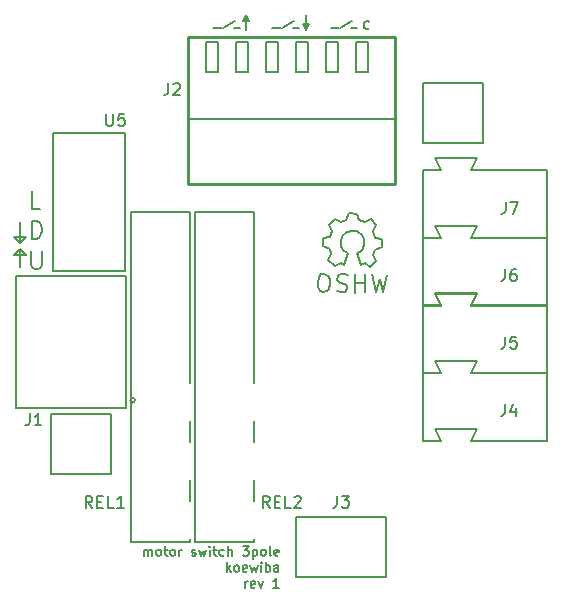
<source format=gbr>
G04 #@! TF.FileFunction,Legend,Top*
%FSLAX46Y46*%
G04 Gerber Fmt 4.6, Leading zero omitted, Abs format (unit mm)*
G04 Created by KiCad (PCBNEW 4.1.0-alpha+201608281546+7098~46~ubuntu14.04.1-product) date Mon Sep  5 14:38:06 2016*
%MOMM*%
%LPD*%
G01*
G04 APERTURE LIST*
%ADD10C,0.100000*%
%ADD11C,0.150000*%
%ADD12C,0.250000*%
G04 APERTURE END LIST*
D10*
D11*
X76860400Y-96075500D02*
X77876400Y-96075500D01*
X76860400Y-94488000D02*
X77876400Y-94488000D01*
X106918095Y-76858761D02*
X106822857Y-76906380D01*
X106632380Y-76906380D01*
X106537142Y-76858761D01*
X106489523Y-76811142D01*
X106441904Y-76715904D01*
X106441904Y-76430190D01*
X106489523Y-76334952D01*
X106537142Y-76287333D01*
X106632380Y-76239714D01*
X106822857Y-76239714D01*
X106918095Y-76287333D01*
X101854000Y-76454000D02*
X101600000Y-76962000D01*
X101346000Y-76454000D02*
X101854000Y-76454000D01*
X101600000Y-76962000D02*
X101346000Y-76454000D01*
X101600000Y-75692000D02*
X101600000Y-76962000D01*
X96774000Y-76200000D02*
X96520000Y-75692000D01*
X96266000Y-76200000D02*
X96774000Y-76200000D01*
X96520000Y-75692000D02*
X96266000Y-76200000D01*
X96520000Y-76962000D02*
X96520000Y-75692000D01*
X87859642Y-121511904D02*
X87859642Y-120978571D01*
X87859642Y-121054761D02*
X87897738Y-121016666D01*
X87973928Y-120978571D01*
X88088214Y-120978571D01*
X88164404Y-121016666D01*
X88202500Y-121092857D01*
X88202500Y-121511904D01*
X88202500Y-121092857D02*
X88240595Y-121016666D01*
X88316785Y-120978571D01*
X88431071Y-120978571D01*
X88507261Y-121016666D01*
X88545357Y-121092857D01*
X88545357Y-121511904D01*
X89040595Y-121511904D02*
X88964404Y-121473809D01*
X88926309Y-121435714D01*
X88888214Y-121359523D01*
X88888214Y-121130952D01*
X88926309Y-121054761D01*
X88964404Y-121016666D01*
X89040595Y-120978571D01*
X89154880Y-120978571D01*
X89231071Y-121016666D01*
X89269166Y-121054761D01*
X89307261Y-121130952D01*
X89307261Y-121359523D01*
X89269166Y-121435714D01*
X89231071Y-121473809D01*
X89154880Y-121511904D01*
X89040595Y-121511904D01*
X89535833Y-120978571D02*
X89840595Y-120978571D01*
X89650119Y-120711904D02*
X89650119Y-121397619D01*
X89688214Y-121473809D01*
X89764404Y-121511904D01*
X89840595Y-121511904D01*
X90221547Y-121511904D02*
X90145357Y-121473809D01*
X90107261Y-121435714D01*
X90069166Y-121359523D01*
X90069166Y-121130952D01*
X90107261Y-121054761D01*
X90145357Y-121016666D01*
X90221547Y-120978571D01*
X90335833Y-120978571D01*
X90412023Y-121016666D01*
X90450119Y-121054761D01*
X90488214Y-121130952D01*
X90488214Y-121359523D01*
X90450119Y-121435714D01*
X90412023Y-121473809D01*
X90335833Y-121511904D01*
X90221547Y-121511904D01*
X90831071Y-121511904D02*
X90831071Y-120978571D01*
X90831071Y-121130952D02*
X90869166Y-121054761D01*
X90907261Y-121016666D01*
X90983452Y-120978571D01*
X91059642Y-120978571D01*
X91897738Y-121473809D02*
X91973928Y-121511904D01*
X92126309Y-121511904D01*
X92202500Y-121473809D01*
X92240595Y-121397619D01*
X92240595Y-121359523D01*
X92202500Y-121283333D01*
X92126309Y-121245238D01*
X92012023Y-121245238D01*
X91935833Y-121207142D01*
X91897738Y-121130952D01*
X91897738Y-121092857D01*
X91935833Y-121016666D01*
X92012023Y-120978571D01*
X92126309Y-120978571D01*
X92202500Y-121016666D01*
X92507261Y-120978571D02*
X92659642Y-121511904D01*
X92812023Y-121130952D01*
X92964404Y-121511904D01*
X93116785Y-120978571D01*
X93421547Y-121511904D02*
X93421547Y-120978571D01*
X93421547Y-120711904D02*
X93383452Y-120750000D01*
X93421547Y-120788095D01*
X93459642Y-120750000D01*
X93421547Y-120711904D01*
X93421547Y-120788095D01*
X93688214Y-120978571D02*
X93992976Y-120978571D01*
X93802500Y-120711904D02*
X93802500Y-121397619D01*
X93840595Y-121473809D01*
X93916785Y-121511904D01*
X93992976Y-121511904D01*
X94602500Y-121473809D02*
X94526309Y-121511904D01*
X94373928Y-121511904D01*
X94297738Y-121473809D01*
X94259642Y-121435714D01*
X94221547Y-121359523D01*
X94221547Y-121130952D01*
X94259642Y-121054761D01*
X94297738Y-121016666D01*
X94373928Y-120978571D01*
X94526309Y-120978571D01*
X94602500Y-121016666D01*
X94945357Y-121511904D02*
X94945357Y-120711904D01*
X95288214Y-121511904D02*
X95288214Y-121092857D01*
X95250119Y-121016666D01*
X95173928Y-120978571D01*
X95059642Y-120978571D01*
X94983452Y-121016666D01*
X94945357Y-121054761D01*
X96202500Y-120711904D02*
X96697738Y-120711904D01*
X96431071Y-121016666D01*
X96545357Y-121016666D01*
X96621547Y-121054761D01*
X96659642Y-121092857D01*
X96697738Y-121169047D01*
X96697738Y-121359523D01*
X96659642Y-121435714D01*
X96621547Y-121473809D01*
X96545357Y-121511904D01*
X96316785Y-121511904D01*
X96240595Y-121473809D01*
X96202500Y-121435714D01*
X97040595Y-120978571D02*
X97040595Y-121778571D01*
X97040595Y-121016666D02*
X97116785Y-120978571D01*
X97269166Y-120978571D01*
X97345357Y-121016666D01*
X97383452Y-121054761D01*
X97421547Y-121130952D01*
X97421547Y-121359523D01*
X97383452Y-121435714D01*
X97345357Y-121473809D01*
X97269166Y-121511904D01*
X97116785Y-121511904D01*
X97040595Y-121473809D01*
X97878690Y-121511904D02*
X97802500Y-121473809D01*
X97764404Y-121435714D01*
X97726309Y-121359523D01*
X97726309Y-121130952D01*
X97764404Y-121054761D01*
X97802500Y-121016666D01*
X97878690Y-120978571D01*
X97992976Y-120978571D01*
X98069166Y-121016666D01*
X98107261Y-121054761D01*
X98145357Y-121130952D01*
X98145357Y-121359523D01*
X98107261Y-121435714D01*
X98069166Y-121473809D01*
X97992976Y-121511904D01*
X97878690Y-121511904D01*
X98602500Y-121511904D02*
X98526309Y-121473809D01*
X98488214Y-121397619D01*
X98488214Y-120711904D01*
X99212023Y-121473809D02*
X99135833Y-121511904D01*
X98983452Y-121511904D01*
X98907261Y-121473809D01*
X98869166Y-121397619D01*
X98869166Y-121092857D01*
X98907261Y-121016666D01*
X98983452Y-120978571D01*
X99135833Y-120978571D01*
X99212023Y-121016666D01*
X99250119Y-121092857D01*
X99250119Y-121169047D01*
X98869166Y-121245238D01*
X94869166Y-122861904D02*
X94869166Y-122061904D01*
X94945357Y-122557142D02*
X95173928Y-122861904D01*
X95173928Y-122328571D02*
X94869166Y-122633333D01*
X95631071Y-122861904D02*
X95554880Y-122823809D01*
X95516785Y-122785714D01*
X95478690Y-122709523D01*
X95478690Y-122480952D01*
X95516785Y-122404761D01*
X95554880Y-122366666D01*
X95631071Y-122328571D01*
X95745357Y-122328571D01*
X95821547Y-122366666D01*
X95859642Y-122404761D01*
X95897738Y-122480952D01*
X95897738Y-122709523D01*
X95859642Y-122785714D01*
X95821547Y-122823809D01*
X95745357Y-122861904D01*
X95631071Y-122861904D01*
X96545357Y-122823809D02*
X96469166Y-122861904D01*
X96316785Y-122861904D01*
X96240595Y-122823809D01*
X96202500Y-122747619D01*
X96202500Y-122442857D01*
X96240595Y-122366666D01*
X96316785Y-122328571D01*
X96469166Y-122328571D01*
X96545357Y-122366666D01*
X96583452Y-122442857D01*
X96583452Y-122519047D01*
X96202500Y-122595238D01*
X96850119Y-122328571D02*
X97002500Y-122861904D01*
X97154880Y-122480952D01*
X97307261Y-122861904D01*
X97459642Y-122328571D01*
X97764404Y-122861904D02*
X97764404Y-122328571D01*
X97764404Y-122061904D02*
X97726309Y-122100000D01*
X97764404Y-122138095D01*
X97802500Y-122100000D01*
X97764404Y-122061904D01*
X97764404Y-122138095D01*
X98145357Y-122861904D02*
X98145357Y-122061904D01*
X98145357Y-122366666D02*
X98221547Y-122328571D01*
X98373928Y-122328571D01*
X98450119Y-122366666D01*
X98488214Y-122404761D01*
X98526309Y-122480952D01*
X98526309Y-122709523D01*
X98488214Y-122785714D01*
X98450119Y-122823809D01*
X98373928Y-122861904D01*
X98221547Y-122861904D01*
X98145357Y-122823809D01*
X99212023Y-122861904D02*
X99212023Y-122442857D01*
X99173928Y-122366666D01*
X99097738Y-122328571D01*
X98945357Y-122328571D01*
X98869166Y-122366666D01*
X99212023Y-122823809D02*
X99135833Y-122861904D01*
X98945357Y-122861904D01*
X98869166Y-122823809D01*
X98831071Y-122747619D01*
X98831071Y-122671428D01*
X98869166Y-122595238D01*
X98945357Y-122557142D01*
X99135833Y-122557142D01*
X99212023Y-122519047D01*
X96431071Y-124211904D02*
X96431071Y-123678571D01*
X96431071Y-123830952D02*
X96469166Y-123754761D01*
X96507261Y-123716666D01*
X96583452Y-123678571D01*
X96659642Y-123678571D01*
X97231071Y-124173809D02*
X97154880Y-124211904D01*
X97002500Y-124211904D01*
X96926309Y-124173809D01*
X96888214Y-124097619D01*
X96888214Y-123792857D01*
X96926309Y-123716666D01*
X97002500Y-123678571D01*
X97154880Y-123678571D01*
X97231071Y-123716666D01*
X97269166Y-123792857D01*
X97269166Y-123869047D01*
X96888214Y-123945238D01*
X97535833Y-123678571D02*
X97726309Y-124211904D01*
X97916785Y-123678571D01*
X99250119Y-124211904D02*
X98792976Y-124211904D01*
X99021547Y-124211904D02*
X99021547Y-123411904D01*
X98945357Y-123526190D01*
X98869166Y-123602380D01*
X98792976Y-123640476D01*
X78347142Y-94658571D02*
X78347142Y-93158571D01*
X78704285Y-93158571D01*
X78918571Y-93230000D01*
X79061428Y-93372857D01*
X79132857Y-93515714D01*
X79204285Y-93801428D01*
X79204285Y-94015714D01*
X79132857Y-94301428D01*
X79061428Y-94444285D01*
X78918571Y-94587142D01*
X78704285Y-94658571D01*
X78347142Y-94658571D01*
X79077285Y-92118571D02*
X78363000Y-92118571D01*
X78363000Y-90618571D01*
X104446951Y-76798955D02*
X105446951Y-76198955D01*
X105383451Y-76798955D02*
X105883451Y-76798955D01*
X105446951Y-76198955D02*
X104446951Y-76798955D01*
X104383451Y-76798955D02*
X103683451Y-76798955D01*
X100483451Y-76798955D02*
X100983451Y-76798955D01*
X99483451Y-76798955D02*
X98683451Y-76798955D01*
X100546951Y-76198955D02*
X99546951Y-76798955D01*
X99546951Y-76798955D02*
X100546951Y-76198955D01*
X95483451Y-76798955D02*
X95983451Y-76798955D01*
X94483451Y-76798955D02*
X93683451Y-76798955D01*
X95546951Y-76198955D02*
X94546951Y-76798955D01*
X94546951Y-76798955D02*
X95546951Y-76198955D01*
X77368500Y-97089000D02*
X77368500Y-95565000D01*
X77376500Y-95001000D02*
X76868500Y-94493000D01*
X77376500Y-95001000D02*
X77884500Y-94493000D01*
X77376500Y-93223000D02*
X77376500Y-95001000D01*
X77368500Y-95565000D02*
X76860500Y-96073000D01*
X77368500Y-95565000D02*
X77876500Y-96073000D01*
X78311428Y-95698571D02*
X78311428Y-96912857D01*
X78382857Y-97055714D01*
X78454285Y-97127142D01*
X78597142Y-97198571D01*
X78882857Y-97198571D01*
X79025714Y-97127142D01*
X79097142Y-97055714D01*
X79168571Y-96912857D01*
X79168571Y-95698571D01*
X121970800Y-88874600D02*
X115519200Y-88874600D01*
X111506000Y-88874600D02*
X113004600Y-88874600D01*
X121970800Y-94615000D02*
X115519200Y-94615000D01*
X111506000Y-94615000D02*
X113004600Y-94615000D01*
X113004600Y-88874600D02*
X112496600Y-87858600D01*
X112496600Y-87858600D02*
X116027200Y-87858600D01*
X116027200Y-87858600D02*
X115519200Y-88874600D01*
X113004600Y-94615000D02*
X112496600Y-93599000D01*
X112496600Y-93599000D02*
X116027200Y-93599000D01*
X116027200Y-93599000D02*
X115519200Y-94615000D01*
X111506000Y-94615000D02*
X111506000Y-88874600D01*
X121970800Y-88874600D02*
X121970800Y-94615000D01*
X121970800Y-94589600D02*
X115519200Y-94589600D01*
X111506000Y-94589600D02*
X113004600Y-94589600D01*
X121970800Y-100330000D02*
X115519200Y-100330000D01*
X111506000Y-100330000D02*
X113004600Y-100330000D01*
X113004600Y-94589600D02*
X112496600Y-93573600D01*
X112496600Y-93573600D02*
X116027200Y-93573600D01*
X116027200Y-93573600D02*
X115519200Y-94589600D01*
X113004600Y-100330000D02*
X112496600Y-99314000D01*
X112496600Y-99314000D02*
X116027200Y-99314000D01*
X116027200Y-99314000D02*
X115519200Y-100330000D01*
X111506000Y-100330000D02*
X111506000Y-94589600D01*
X121970800Y-94589600D02*
X121970800Y-100330000D01*
X121970800Y-100304600D02*
X115519200Y-100304600D01*
X111506000Y-100304600D02*
X113004600Y-100304600D01*
X121970800Y-106045000D02*
X115519200Y-106045000D01*
X111506000Y-106045000D02*
X113004600Y-106045000D01*
X113004600Y-100304600D02*
X112496600Y-99288600D01*
X112496600Y-99288600D02*
X116027200Y-99288600D01*
X116027200Y-99288600D02*
X115519200Y-100304600D01*
X113004600Y-106045000D02*
X112496600Y-105029000D01*
X112496600Y-105029000D02*
X116027200Y-105029000D01*
X116027200Y-105029000D02*
X115519200Y-106045000D01*
X111506000Y-106045000D02*
X111506000Y-100304600D01*
X121970800Y-100304600D02*
X121970800Y-106045000D01*
X121970800Y-106019600D02*
X115519200Y-106019600D01*
X111506000Y-106019600D02*
X113004600Y-106019600D01*
X121970800Y-111760000D02*
X115519200Y-111760000D01*
X111506000Y-111760000D02*
X113004600Y-111760000D01*
X113004600Y-106019600D02*
X112496600Y-105003600D01*
X112496600Y-105003600D02*
X116027200Y-105003600D01*
X116027200Y-105003600D02*
X115519200Y-106019600D01*
X113004600Y-111760000D02*
X112496600Y-110744000D01*
X112496600Y-110744000D02*
X116027200Y-110744000D01*
X116027200Y-110744000D02*
X115519200Y-111760000D01*
X111506000Y-111760000D02*
X111506000Y-106019600D01*
X121970800Y-106019600D02*
X121970800Y-111760000D01*
X97185000Y-120372000D02*
X97185000Y-120072000D01*
X97185000Y-115072000D02*
X97185000Y-116872000D01*
X97185000Y-110072000D02*
X97185000Y-111872000D01*
X97185000Y-92372000D02*
X97185000Y-106872000D01*
X97185000Y-120372000D02*
X92185000Y-120372000D01*
X92185000Y-120372000D02*
X92185000Y-92372000D01*
X92185000Y-92372000D02*
X97185000Y-92372000D01*
X91724000Y-120372000D02*
X91724000Y-120072000D01*
X91724000Y-115072000D02*
X91724000Y-116872000D01*
X91724000Y-110072000D02*
X91724000Y-111872000D01*
X91724000Y-92372000D02*
X91724000Y-106872000D01*
X91724000Y-120372000D02*
X86724000Y-120372000D01*
X86724000Y-120372000D02*
X86724000Y-92372000D01*
X86724000Y-92372000D02*
X91724000Y-92372000D01*
X86233000Y-97409000D02*
X86233000Y-85725000D01*
X86233000Y-85725000D02*
X80137000Y-85725000D01*
X80137000Y-85725000D02*
X80137000Y-97409000D01*
X80137000Y-97409000D02*
X86233000Y-97409000D01*
X107168780Y-97689860D02*
X107529460Y-99160520D01*
X107529460Y-99160520D02*
X107808860Y-98098800D01*
X107808860Y-98098800D02*
X108118740Y-99170680D01*
X108118740Y-99170680D02*
X108459100Y-97720340D01*
X105748920Y-98380740D02*
X106538860Y-98370580D01*
X106538860Y-98370580D02*
X106549020Y-98380740D01*
X106549020Y-98380740D02*
X106549020Y-98370580D01*
X106589660Y-97659380D02*
X106589660Y-99201160D01*
X105700660Y-97649220D02*
X105700660Y-99218940D01*
X105700660Y-99218940D02*
X105710820Y-99208780D01*
X105149480Y-97750820D02*
X104798960Y-97669540D01*
X104798960Y-97669540D02*
X104478920Y-97659380D01*
X104478920Y-97659380D02*
X104240160Y-97860040D01*
X104240160Y-97860040D02*
X104209680Y-98129280D01*
X104209680Y-98129280D02*
X104450980Y-98370580D01*
X104450980Y-98370580D02*
X104839600Y-98500120D01*
X104839600Y-98500120D02*
X105019940Y-98660140D01*
X105019940Y-98660140D02*
X105060580Y-98959860D01*
X105060580Y-98959860D02*
X104829440Y-99180840D01*
X104829440Y-99180840D02*
X104509400Y-99208780D01*
X104509400Y-99208780D02*
X104158880Y-99099560D01*
X103120020Y-97649220D02*
X102871100Y-97669540D01*
X102871100Y-97669540D02*
X102629800Y-97910840D01*
X102629800Y-97910840D02*
X102540900Y-98401060D01*
X102540900Y-98401060D02*
X102568840Y-98749040D01*
X102568840Y-98749040D02*
X102769500Y-99069080D01*
X102769500Y-99069080D02*
X103020960Y-99191000D01*
X103020960Y-99191000D02*
X103330840Y-99119880D01*
X103330840Y-99119880D02*
X103549280Y-98939540D01*
X103549280Y-98939540D02*
X103620400Y-98479800D01*
X103620400Y-98479800D02*
X103569600Y-98070860D01*
X103569600Y-98070860D02*
X103460380Y-97788920D01*
X103460380Y-97788920D02*
X103099700Y-97659380D01*
X103719460Y-95929640D02*
X103460380Y-96490980D01*
X103460380Y-96490980D02*
X103998860Y-97009140D01*
X103998860Y-97009140D02*
X104519560Y-96739900D01*
X104519560Y-96739900D02*
X104798960Y-96899920D01*
X106239140Y-96879600D02*
X106569340Y-96689100D01*
X106569340Y-96689100D02*
X107008760Y-97019300D01*
X107008760Y-97019300D02*
X107481200Y-96529080D01*
X107481200Y-96529080D02*
X107199260Y-96049020D01*
X107199260Y-96049020D02*
X107389760Y-95579120D01*
X107389760Y-95579120D02*
X107999360Y-95391160D01*
X107999360Y-95391160D02*
X107999360Y-94710440D01*
X107999360Y-94710440D02*
X107440560Y-94570740D01*
X107440560Y-94570740D02*
X107239900Y-93999240D01*
X107239900Y-93999240D02*
X107509140Y-93529340D01*
X107509140Y-93529340D02*
X107039240Y-93018800D01*
X107039240Y-93018800D02*
X106521080Y-93280420D01*
X106521080Y-93280420D02*
X106051180Y-93079760D01*
X106051180Y-93079760D02*
X105881000Y-92538740D01*
X105881000Y-92538740D02*
X105190120Y-92520960D01*
X105190120Y-92520960D02*
X104979300Y-93069600D01*
X104979300Y-93069600D02*
X104560200Y-93239780D01*
X104560200Y-93239780D02*
X104009020Y-92970540D01*
X104009020Y-92970540D02*
X103490860Y-93498860D01*
X103490860Y-93498860D02*
X103739780Y-94039880D01*
X103739780Y-94039880D02*
X103569600Y-94519940D01*
X103569600Y-94519940D02*
X103020960Y-94619000D01*
X103020960Y-94619000D02*
X103010800Y-95320040D01*
X103010800Y-95320040D02*
X103569600Y-95520700D01*
X103569600Y-95520700D02*
X103709300Y-95919480D01*
X105850520Y-95899160D02*
X106150240Y-95749300D01*
X106150240Y-95749300D02*
X106350900Y-95551180D01*
X106350900Y-95551180D02*
X106500760Y-95149860D01*
X106500760Y-95149860D02*
X106500760Y-94751080D01*
X106500760Y-94751080D02*
X106350900Y-94400560D01*
X106350900Y-94400560D02*
X105898780Y-94050040D01*
X105898780Y-94050040D02*
X105449200Y-93999240D01*
X105449200Y-93999240D02*
X105050420Y-94100840D01*
X105050420Y-94100840D02*
X104649100Y-94448820D01*
X104649100Y-94448820D02*
X104499240Y-94900940D01*
X104499240Y-94900940D02*
X104550040Y-95398780D01*
X104550040Y-95398780D02*
X104798960Y-95701040D01*
X104798960Y-95701040D02*
X105149480Y-95899160D01*
X105149480Y-95899160D02*
X104798960Y-96899920D01*
X105850520Y-95899160D02*
X106249300Y-96899920D01*
X100711000Y-118237000D02*
X108331000Y-118237000D01*
X108331000Y-118237000D02*
X108331000Y-123317000D01*
X108331000Y-123317000D02*
X100711000Y-123317000D01*
X100711000Y-123317000D02*
X100711000Y-118237000D01*
X87086000Y-108334000D02*
G75*
G03X87086000Y-108334000I-200000J0D01*
G01*
X86286000Y-97834000D02*
X86286000Y-109034000D01*
X76986000Y-109034000D02*
X76986000Y-97834000D01*
X76986000Y-97834000D02*
X86286000Y-97834000D01*
X86286000Y-109034000D02*
X76986000Y-109034000D01*
X105791000Y-77978000D02*
X106807000Y-77978000D01*
X106807000Y-77978000D02*
X106807000Y-80518000D01*
X106807000Y-80518000D02*
X105791000Y-80518000D01*
X105791000Y-80518000D02*
X105791000Y-77978000D01*
X103251000Y-77978000D02*
X104267000Y-77978000D01*
X104267000Y-77978000D02*
X104267000Y-80518000D01*
X104267000Y-80518000D02*
X103251000Y-80518000D01*
X103251000Y-80518000D02*
X103251000Y-77978000D01*
X100711000Y-77978000D02*
X101727000Y-77978000D01*
X101727000Y-77978000D02*
X101727000Y-80518000D01*
X101727000Y-80518000D02*
X100711000Y-80518000D01*
X100711000Y-80518000D02*
X100711000Y-77978000D01*
X98171000Y-77978000D02*
X99187000Y-77978000D01*
X99187000Y-77978000D02*
X99187000Y-80518000D01*
X99187000Y-80518000D02*
X98171000Y-80518000D01*
X98171000Y-80518000D02*
X98171000Y-77978000D01*
X95631000Y-77978000D02*
X96647000Y-77978000D01*
X96647000Y-77978000D02*
X96647000Y-80518000D01*
X96647000Y-80518000D02*
X95631000Y-80518000D01*
X95631000Y-80518000D02*
X95631000Y-77978000D01*
X93091000Y-77978000D02*
X94107000Y-77978000D01*
X94107000Y-77978000D02*
X94107000Y-80518000D01*
X94107000Y-80518000D02*
X93091000Y-80518000D01*
X93091000Y-80518000D02*
X93091000Y-77978000D01*
X91599000Y-84542000D02*
X109099000Y-84542000D01*
D12*
X91599000Y-77542000D02*
X91599000Y-90042000D01*
X91599000Y-90042000D02*
X109099000Y-90042000D01*
X109099000Y-90042000D02*
X109099000Y-77542000D01*
X91599000Y-77542000D02*
X109099000Y-77542000D01*
D11*
X85040000Y-109460000D02*
X79960000Y-109460000D01*
X79960000Y-109460000D02*
X79960000Y-114540000D01*
X79960000Y-114540000D02*
X85040000Y-114540000D01*
X85040000Y-114540000D02*
X85040000Y-109460000D01*
X116540000Y-81460000D02*
X111460000Y-81460000D01*
X111460000Y-81460000D02*
X111460000Y-86540000D01*
X111460000Y-86540000D02*
X116540000Y-86540000D01*
X116540000Y-86540000D02*
X116540000Y-81460000D01*
X118475166Y-91527380D02*
X118475166Y-92241666D01*
X118427547Y-92384523D01*
X118332309Y-92479761D01*
X118189452Y-92527380D01*
X118094214Y-92527380D01*
X118856119Y-91527380D02*
X119522785Y-91527380D01*
X119094214Y-92527380D01*
X118411666Y-97242380D02*
X118411666Y-97956666D01*
X118364047Y-98099523D01*
X118268809Y-98194761D01*
X118125952Y-98242380D01*
X118030714Y-98242380D01*
X119316428Y-97242380D02*
X119125952Y-97242380D01*
X119030714Y-97290000D01*
X118983095Y-97337619D01*
X118887857Y-97480476D01*
X118840238Y-97670952D01*
X118840238Y-98051904D01*
X118887857Y-98147142D01*
X118935476Y-98194761D01*
X119030714Y-98242380D01*
X119221190Y-98242380D01*
X119316428Y-98194761D01*
X119364047Y-98147142D01*
X119411666Y-98051904D01*
X119411666Y-97813809D01*
X119364047Y-97718571D01*
X119316428Y-97670952D01*
X119221190Y-97623333D01*
X119030714Y-97623333D01*
X118935476Y-97670952D01*
X118887857Y-97718571D01*
X118840238Y-97813809D01*
X118411666Y-102957380D02*
X118411666Y-103671666D01*
X118364047Y-103814523D01*
X118268809Y-103909761D01*
X118125952Y-103957380D01*
X118030714Y-103957380D01*
X119364047Y-102957380D02*
X118887857Y-102957380D01*
X118840238Y-103433571D01*
X118887857Y-103385952D01*
X118983095Y-103338333D01*
X119221190Y-103338333D01*
X119316428Y-103385952D01*
X119364047Y-103433571D01*
X119411666Y-103528809D01*
X119411666Y-103766904D01*
X119364047Y-103862142D01*
X119316428Y-103909761D01*
X119221190Y-103957380D01*
X118983095Y-103957380D01*
X118887857Y-103909761D01*
X118840238Y-103862142D01*
X118411666Y-108672380D02*
X118411666Y-109386666D01*
X118364047Y-109529523D01*
X118268809Y-109624761D01*
X118125952Y-109672380D01*
X118030714Y-109672380D01*
X119316428Y-109005714D02*
X119316428Y-109672380D01*
X119078333Y-108624761D02*
X118840238Y-109339047D01*
X119459285Y-109339047D01*
X98476190Y-117452380D02*
X98142857Y-116976190D01*
X97904761Y-117452380D02*
X97904761Y-116452380D01*
X98285714Y-116452380D01*
X98380952Y-116500000D01*
X98428571Y-116547619D01*
X98476190Y-116642857D01*
X98476190Y-116785714D01*
X98428571Y-116880952D01*
X98380952Y-116928571D01*
X98285714Y-116976190D01*
X97904761Y-116976190D01*
X98904761Y-116928571D02*
X99238095Y-116928571D01*
X99380952Y-117452380D02*
X98904761Y-117452380D01*
X98904761Y-116452380D01*
X99380952Y-116452380D01*
X100285714Y-117452380D02*
X99809523Y-117452380D01*
X99809523Y-116452380D01*
X100571428Y-116547619D02*
X100619047Y-116500000D01*
X100714285Y-116452380D01*
X100952380Y-116452380D01*
X101047619Y-116500000D01*
X101095238Y-116547619D01*
X101142857Y-116642857D01*
X101142857Y-116738095D01*
X101095238Y-116880952D01*
X100523809Y-117452380D01*
X101142857Y-117452380D01*
X83476190Y-117452380D02*
X83142857Y-116976190D01*
X82904761Y-117452380D02*
X82904761Y-116452380D01*
X83285714Y-116452380D01*
X83380952Y-116500000D01*
X83428571Y-116547619D01*
X83476190Y-116642857D01*
X83476190Y-116785714D01*
X83428571Y-116880952D01*
X83380952Y-116928571D01*
X83285714Y-116976190D01*
X82904761Y-116976190D01*
X83904761Y-116928571D02*
X84238095Y-116928571D01*
X84380952Y-117452380D02*
X83904761Y-117452380D01*
X83904761Y-116452380D01*
X84380952Y-116452380D01*
X85285714Y-117452380D02*
X84809523Y-117452380D01*
X84809523Y-116452380D01*
X86142857Y-117452380D02*
X85571428Y-117452380D01*
X85857142Y-117452380D02*
X85857142Y-116452380D01*
X85761904Y-116595238D01*
X85666666Y-116690476D01*
X85571428Y-116738095D01*
X84645595Y-84097880D02*
X84645595Y-84907404D01*
X84693214Y-85002642D01*
X84740833Y-85050261D01*
X84836071Y-85097880D01*
X85026547Y-85097880D01*
X85121785Y-85050261D01*
X85169404Y-85002642D01*
X85217023Y-84907404D01*
X85217023Y-84097880D01*
X86169404Y-84097880D02*
X85693214Y-84097880D01*
X85645595Y-84574071D01*
X85693214Y-84526452D01*
X85788452Y-84478833D01*
X86026547Y-84478833D01*
X86121785Y-84526452D01*
X86169404Y-84574071D01*
X86217023Y-84669309D01*
X86217023Y-84907404D01*
X86169404Y-85002642D01*
X86121785Y-85050261D01*
X86026547Y-85097880D01*
X85788452Y-85097880D01*
X85693214Y-85050261D01*
X85645595Y-85002642D01*
X104187666Y-116419380D02*
X104187666Y-117133666D01*
X104140047Y-117276523D01*
X104044809Y-117371761D01*
X103901952Y-117419380D01*
X103806714Y-117419380D01*
X104568619Y-116419380D02*
X105187666Y-116419380D01*
X104854333Y-116800333D01*
X104997190Y-116800333D01*
X105092428Y-116847952D01*
X105140047Y-116895571D01*
X105187666Y-116990809D01*
X105187666Y-117228904D01*
X105140047Y-117324142D01*
X105092428Y-117371761D01*
X104997190Y-117419380D01*
X104711476Y-117419380D01*
X104616238Y-117371761D01*
X104568619Y-117324142D01*
X78166666Y-109452380D02*
X78166666Y-110166666D01*
X78119047Y-110309523D01*
X78023809Y-110404761D01*
X77880952Y-110452380D01*
X77785714Y-110452380D01*
X79166666Y-110452380D02*
X78595238Y-110452380D01*
X78880952Y-110452380D02*
X78880952Y-109452380D01*
X78785714Y-109595238D01*
X78690476Y-109690476D01*
X78595238Y-109738095D01*
X89900166Y-81494380D02*
X89900166Y-82208666D01*
X89852547Y-82351523D01*
X89757309Y-82446761D01*
X89614452Y-82494380D01*
X89519214Y-82494380D01*
X90328738Y-81589619D02*
X90376357Y-81542000D01*
X90471595Y-81494380D01*
X90709690Y-81494380D01*
X90804928Y-81542000D01*
X90852547Y-81589619D01*
X90900166Y-81684857D01*
X90900166Y-81780095D01*
X90852547Y-81922952D01*
X90281119Y-82494380D01*
X90900166Y-82494380D01*
M02*

</source>
